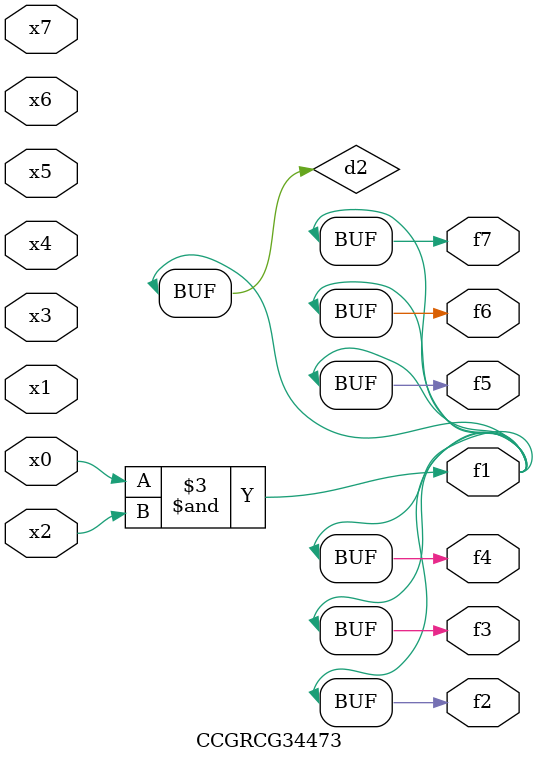
<source format=v>
module CCGRCG34473(
	input x0, x1, x2, x3, x4, x5, x6, x7,
	output f1, f2, f3, f4, f5, f6, f7
);

	wire d1, d2;

	nor (d1, x3, x6);
	and (d2, x0, x2);
	assign f1 = d2;
	assign f2 = d2;
	assign f3 = d2;
	assign f4 = d2;
	assign f5 = d2;
	assign f6 = d2;
	assign f7 = d2;
endmodule

</source>
